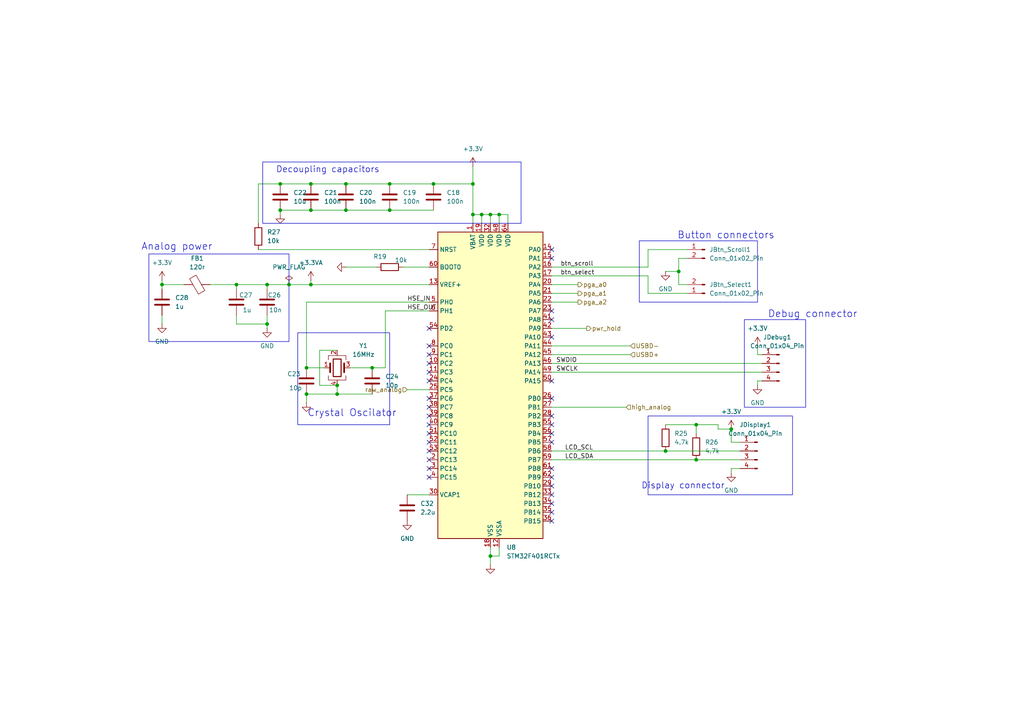
<source format=kicad_sch>
(kicad_sch (version 20250114) (generator "eeschema") (generator_version "9.0")
  (paper "A4")
  (lib_symbols
    (symbol "Connector:Conn_01x02_Pin" (pin_names (offset 1.016) (hide yes))
      (property "Reference" "J" (at 0 2.54 0))
      (property "Value" "Conn_01x02_Pin" (at 0 -5.08 0))
      (symbol "Conn_01x02_Pin_1_1"
        (rectangle (start 0.8636 0.127) (end 0 -0.127) (stroke (width 0.1524)) (fill (type outline)))
        (rectangle (start 0.8636 -2.413) (end 0 -2.667) (stroke (width 0.1524)) (fill (type outline)))
        (polyline (pts (xy 1.27 0) (xy 0.8636 0)) (stroke (width 0.1524)))
        (polyline (pts (xy 1.27 -2.54) (xy 0.8636 -2.54)) (stroke (width 0.1524)))
        (pin passive line (at 5.08 0 180) (length 3.81) (name "Pin_1") (number "1"))
        (pin passive line (at 5.08 -2.54 180) (length 3.81) (name "Pin_2") (number "2"))
      )
    )
    (symbol "Connector:Conn_01x04_Pin" (pin_names (offset 1.016) (hide yes))
      (property "Reference" "J" (at 0 5.08 0))
      (property "Value" "Conn_01x04_Pin" (at 0 -7.62 0))
      (symbol "Conn_01x04_Pin_1_1"
        (rectangle (start 0.8636 2.667) (end 0 2.413) (stroke (width 0.1524)) (fill (type outline)))
        (rectangle (start 0.8636 0.127) (end 0 -0.127) (stroke (width 0.1524)) (fill (type outline)))
        (rectangle (start 0.8636 -2.413) (end 0 -2.667) (stroke (width 0.1524)) (fill (type outline)))
        (rectangle (start 0.8636 -4.953) (end 0 -5.207) (stroke (width 0.1524)) (fill (type outline)))
        (polyline (pts (xy 1.27 2.54) (xy 0.8636 2.54)) (stroke (width 0.1524)))
        (polyline (pts (xy 1.27 0) (xy 0.8636 0)) (stroke (width 0.1524)))
        (polyline (pts (xy 1.27 -2.54) (xy 0.8636 -2.54)) (stroke (width 0.1524)))
        (polyline (pts (xy 1.27 -5.08) (xy 0.8636 -5.08)) (stroke (width 0.1524)))
        (pin passive line (at 5.08 2.54 180) (length 3.81) (name "Pin_1") (number "1"))
        (pin passive line (at 5.08 0 180) (length 3.81) (name "Pin_2") (number "2"))
        (pin passive line (at 5.08 -2.54 180) (length 3.81) (name "Pin_3") (number "3"))
        (pin passive line (at 5.08 -5.08 180) (length 3.81) (name "Pin_4") (number "4"))
      )
    )
    (symbol "Device:C" (pin_numbers (hide yes)) (pin_names (offset 0.254))
      (property "Reference" "C" (at 0.635 2.54 0))
      (property "Value" "C" (at 0.635 -2.54 0))
      (symbol "C_0_1"
        (polyline (pts (xy -2.032 0.762) (xy 2.032 0.762)) (stroke (width 0.508)))
        (polyline (pts (xy -2.032 -0.762) (xy 2.032 -0.762)) (stroke (width 0.508)))
      )
      (symbol "C_1_1"
        (pin passive line (at 0 3.81 270) (length 2.794) (name "~") (number "1"))
        (pin passive line (at 0 -3.81 90) (length 2.794) (name "~") (number "2"))
      )
    )
    (symbol "Device:Crystal_GND24" (pin_names (offset 1.016) (hide yes))
      (property "Reference" "Y" (at 3.175 5.08 0))
      (property "Value" "Crystal_GND24" (at 3.175 3.175 0))
      (symbol "Crystal_GND24_0_1"
        (polyline (pts (xy -2.54 2.286) (xy -2.54 3.556) (xy 2.54 3.556) (xy 2.54 2.286)))
        (polyline (pts (xy -2.54 0) (xy -2.032 0)))
        (polyline (pts (xy -2.54 -2.286) (xy -2.54 -3.556) (xy 2.54 -3.556) (xy 2.54 -2.286)))
        (polyline (pts (xy -2.032 -1.27) (xy -2.032 1.27)) (stroke (width 0.508)))
        (rectangle (start -1.143 2.54) (end 1.143 -2.54) (stroke (width 0.3048)))
        (polyline (pts (xy 0 3.556) (xy 0 3.81)))
        (polyline (pts (xy 0 -3.81) (xy 0 -3.556)))
        (polyline (pts (xy 2.032 0) (xy 2.54 0)))
        (polyline (pts (xy 2.032 -1.27) (xy 2.032 1.27)) (stroke (width 0.508)))
      )
      (symbol "Crystal_GND24_1_1"
        (pin passive line (at -3.81 0 0) (length 1.27) (name "1") (number "1"))
        (pin passive line (at 0 5.08 270) (length 1.27) (name "2") (number "2"))
        (pin passive line (at 0 -5.08 90) (length 1.27) (name "4") (number "4"))
        (pin passive line (at 3.81 0 180) (length 1.27) (name "3") (number "3"))
      )
    )
    (symbol "Device:FerriteBead" (pin_numbers (hide yes)) (pin_names (offset 0))
      (property "Reference" "FB" (at -3.81 0.635 90))
      (property "Value" "FerriteBead" (at 3.81 0 90))
      (symbol "FerriteBead_0_1"
        (polyline (pts (xy -2.7686 0.4064) (xy -1.7018 2.2606) (xy 2.7686 -0.3048) (xy 1.6764 -2.159) (xy -2.7686 0.4064)))
        (polyline (pts (xy 0 1.27) (xy 0 1.2954)))
        (polyline (pts (xy 0 -1.27) (xy 0 -1.2192)))
      )
      (symbol "FerriteBead_1_1"
        (pin passive line (at 0 3.81 270) (length 2.54) (name "~") (number "1"))
        (pin passive line (at 0 -3.81 90) (length 2.54) (name "~") (number "2"))
      )
    )
    (symbol "Device:R" (pin_numbers (hide yes)) (pin_names (offset 0))
      (property "Reference" "R" (at 2.032 0 90))
      (property "Value" "R" (at 0 0 90))
      (symbol "R_0_1"
        (rectangle (start -1.016 -2.54) (end 1.016 2.54) (stroke (width 0.254)))
      )
      (symbol "R_1_1"
        (pin passive line (at 0 3.81 270) (length 1.27) (name "~") (number "1"))
        (pin passive line (at 0 -3.81 90) (length 1.27) (name "~") (number "2"))
      )
    )
    (symbol "MCU_ST_STM32F4:STM32F401RCTx"
      (property "Reference" "U" (at -15.24 46.99 0))
      (property "Value" "STM32F401RCTx" (at 7.62 46.99 0))
      (symbol "STM32F401RCTx_0_1"
        (rectangle (start -15.24 -43.18) (end 15.24 45.72) (stroke (width 0.254)) (fill (type background)))
      )
      (symbol "STM32F401RCTx_1_1"
        (pin input line (at -17.78 40.64 0) (length 2.54) (name "NRST") (number "7"))
        (pin input line (at -17.78 35.56 0) (length 2.54) (name "BOOT0") (number "60"))
        (pin input line (at -17.78 30.48 0) (length 2.54) (name "VREF+") (number "13"))
        (pin bidirectional line (at -17.78 25.4 0) (length 2.54) (name "PH0") (number "5"))
        (pin bidirectional line (at -17.78 22.86 0) (length 2.54) (name "PH1") (number "6"))
        (pin bidirectional line (at -17.78 17.78 0) (length 2.54) (name "PD2") (number "54"))
        (pin bidirectional line (at -17.78 12.7 0) (length 2.54) (name "PC0") (number "8"))
        (pin bidirectional line (at -17.78 10.16 0) (length 2.54) (name "PC1") (number "9"))
        (pin bidirectional line (at -17.78 7.62 0) (length 2.54) (name "PC2") (number "10"))
        (pin bidirectional line (at -17.78 5.08 0) (length 2.54) (name "PC3") (number "11"))
        (pin bidirectional line (at -17.78 2.54 0) (length 2.54) (name "PC4") (number "24"))
        (pin bidirectional line (at -17.78 0 0) (length 2.54) (name "PC5") (number "25"))
        (pin bidirectional line (at -17.78 -2.54 0) (length 2.54) (name "PC6") (number "37"))
        (pin bidirectional line (at -17.78 -5.08 0) (length 2.54) (name "PC7") (number "38"))
        (pin bidirectional line (at -17.78 -7.62 0) (length 2.54) (name "PC8") (number "39"))
        (pin bidirectional line (at -17.78 -10.16 0) (length 2.54) (name "PC9") (number "40"))
        (pin bidirectional line (at -17.78 -12.7 0) (length 2.54) (name "PC10") (number "51"))
        (pin bidirectional line (at -17.78 -15.24 0) (length 2.54) (name "PC11") (number "52"))
        (pin bidirectional line (at -17.78 -17.78 0) (length 2.54) (name "PC12") (number "53"))
        (pin bidirectional line (at -17.78 -20.32 0) (length 2.54) (name "PC13") (number "2"))
        (pin bidirectional line (at -17.78 -22.86 0) (length 2.54) (name "PC14") (number "3"))
        (pin bidirectional line (at -17.78 -25.4 0) (length 2.54) (name "PC15") (number "4"))
        (pin power_out line (at -17.78 -30.48 0) (length 2.54) (name "VCAP1") (number "30"))
        (pin power_in line (at -5.08 48.26 270) (length 2.54) (name "VBAT") (number "1"))
        (pin power_in line (at -2.54 48.26 270) (length 2.54) (name "VDD") (number "19"))
        (pin power_in line (at 0 48.26 270) (length 2.54) (name "VDD") (number "32"))
        (pin power_in line (at 0 -45.72 90) (length 2.54) (name "VSS") (number "18"))
        (pin passive line (at 0 -45.72 90) (length 2.54) (hide yes) (name "VSS") (number "31"))
        (pin passive line (at 0 -45.72 90) (length 2.54) (hide yes) (name "VSS") (number "47"))
        (pin passive line (at 0 -45.72 90) (length 2.54) (hide yes) (name "VSS") (number "63"))
        (pin power_in line (at 2.54 48.26 270) (length 2.54) (name "VDD") (number "48"))
        (pin power_in line (at 2.54 -45.72 90) (length 2.54) (name "VSSA") (number "12"))
        (pin power_in line (at 5.08 48.26 270) (length 2.54) (name "VDD") (number "64"))
        (pin bidirectional line (at 17.78 40.64 180) (length 2.54) (name "PA0") (number "14"))
        (pin bidirectional line (at 17.78 38.1 180) (length 2.54) (name "PA1") (number "15"))
        (pin bidirectional line (at 17.78 35.56 180) (length 2.54) (name "PA2") (number "16"))
        (pin bidirectional line (at 17.78 33.02 180) (length 2.54) (name "PA3") (number "17"))
        (pin bidirectional line (at 17.78 30.48 180) (length 2.54) (name "PA4") (number "20"))
        (pin bidirectional line (at 17.78 27.94 180) (length 2.54) (name "PA5") (number "21"))
        (pin bidirectional line (at 17.78 25.4 180) (length 2.54) (name "PA6") (number "22"))
        (pin bidirectional line (at 17.78 22.86 180) (length 2.54) (name "PA7") (number "23"))
        (pin bidirectional line (at 17.78 20.32 180) (length 2.54) (name "PA8") (number "41"))
        (pin bidirectional line (at 17.78 17.78 180) (length 2.54) (name "PA9") (number "42"))
        (pin bidirectional line (at 17.78 15.24 180) (length 2.54) (name "PA10") (number "43"))
        (pin bidirectional line (at 17.78 12.7 180) (length 2.54) (name "PA11") (number "44"))
        (pin bidirectional line (at 17.78 10.16 180) (length 2.54) (name "PA12") (number "45"))
        (pin bidirectional line (at 17.78 7.62 180) (length 2.54) (name "PA13") (number "46"))
        (pin bidirectional line (at 17.78 5.08 180) (length 2.54) (name "PA14") (number "49"))
        (pin bidirectional line (at 17.78 2.54 180) (length 2.54) (name "PA15") (number "50"))
        (pin bidirectional line (at 17.78 -2.54 180) (length 2.54) (name "PB0") (number "26"))
        (pin bidirectional line (at 17.78 -5.08 180) (length 2.54) (name "PB1") (number "27"))
        (pin bidirectional line (at 17.78 -7.62 180) (length 2.54) (name "PB2") (number "28"))
        (pin bidirectional line (at 17.78 -10.16 180) (length 2.54) (name "PB3") (number "55"))
        (pin bidirectional line (at 17.78 -12.7 180) (length 2.54) (name "PB4") (number "56"))
        (pin bidirectional line (at 17.78 -15.24 180) (length 2.54) (name "PB5") (number "57"))
        (pin bidirectional line (at 17.78 -17.78 180) (length 2.54) (name "PB6") (number "58"))
        (pin bidirectional line (at 17.78 -20.32 180) (length 2.54) (name "PB7") (number "59"))
        (pin bidirectional line (at 17.78 -22.86 180) (length 2.54) (name "PB8") (number "61"))
        (pin bidirectional line (at 17.78 -25.4 180) (length 2.54) (name "PB9") (number "62"))
        (pin bidirectional line (at 17.78 -27.94 180) (length 2.54) (name "PB10") (number "29"))
        (pin bidirectional line (at 17.78 -30.48 180) (length 2.54) (name "PB12") (number "33"))
        (pin bidirectional line (at 17.78 -33.02 180) (length 2.54) (name "PB13") (number "34"))
        (pin bidirectional line (at 17.78 -35.56 180) (length 2.54) (name "PB14") (number "35"))
        (pin bidirectional line (at 17.78 -38.1 180) (length 2.54) (name "PB15") (number "36"))
      )
    )
    (symbol "power:+3.3V" (power) (pin_numbers (hide yes)) (pin_names (offset 0) (hide yes))
      (property "Value" "+3.3V" (at 0 3.556 0))
      (symbol "+3.3V_0_1"
        (polyline (pts (xy -0.762 1.27) (xy 0 2.54)))
        (polyline (pts (xy 0 2.54) (xy 0.762 1.27)))
        (polyline (pts (xy 0 0) (xy 0 2.54)))
      )
      (symbol "+3.3V_1_1"
        (pin power_in line (at 0 0 90) (length 0) (name "~") (number "1"))
      )
    )
    (symbol "power:+3.3VA" (power) (pin_numbers (hide yes)) (pin_names (offset 0) (hide yes))
      (property "Value" "+3.3VA" (at 0 3.556 0))
      (symbol "+3.3VA_0_1"
        (polyline (pts (xy -0.762 1.27) (xy 0 2.54)))
        (polyline (pts (xy 0 2.54) (xy 0.762 1.27)))
        (polyline (pts (xy 0 0) (xy 0 2.54)))
      )
      (symbol "+3.3VA_1_1"
        (pin power_in line (at 0 0 90) (length 0) (name "~") (number "1"))
      )
    )
    (symbol "power:GND" (power) (pin_numbers (hide yes)) (pin_names (offset 0) (hide yes))
      (property "Value" "GND" (at 0 -3.81 0))
      (symbol "GND_0_1"
        (polyline (pts (xy 0 0) (xy 0 -1.27) (xy 1.27 -1.27) (xy 0 -2.54) (xy -1.27 -1.27) (xy 0 -1.27)))
      )
      (symbol "GND_1_1"
        (pin power_in line (at 0 0 270) (length 0) (name "~") (number "1"))
      )
    )
    (symbol "power:PWR_FLAG" (power) (pin_numbers (hide yes)) (pin_names (offset 0) (hide yes))
      (property "Value" "PWR_FLAG" (at 0 3.81 0))
      (symbol "PWR_FLAG_0_0"
        (pin power_out line (at 0 0 90) (length 0) (name "~") (number "1"))
      )
      (symbol "PWR_FLAG_0_1"
        (polyline (pts (xy 0 0) (xy 0 1.27) (xy -1.016 1.905) (xy 0 2.54) (xy 1.016 1.905) (xy 0 1.27)))
      )
    )
  )
  (rectangle (start 86.36 96.52) (end 113.03 123.19))
  (rectangle (start 185.42 69.85) (end 219.71 87.63))
  (rectangle (start 43.18 73.66) (end 83.82 99.06))
  (rectangle (start 215.9 92.71) (end 233.68 118.11))
  (rectangle (start 187.96 120.65) (end 229.87 143.51))
  (rectangle (start 76.2 46.99) (end 151.13 64.77))
  (text "Decoupling capacitors \n" (at 95.758 49.276 0) (effects (font (size 1.778 1.778))))
  (text "Analog power\n" (at 51.308 71.628 0) (effects (font (size 2.032 2.032))))
  (text "Debug connector\n" (at 235.712 91.186 0) (effects (font (size 2.032 2.032))))
  (text "Button connectors\n" (at 210.566 68.326 0) (effects (font (size 2.032 2.032))))
  (text "Display connector" (at 198.12 140.97 0) (effects (font (size 1.778 1.778))))
  (text "Crystal Oscilator\n" (at 102.108 119.888 0) (effects (font (size 2.032 2.032))))
  (junction (at 125.73 53.34))
  (junction (at 142.24 161.29))
  (junction (at 68.58 82.55))
  (junction (at 88.9 106.68))
  (junction (at 201.93 133.35))
  (junction (at 137.16 62.23))
  (junction (at 113.03 53.34))
  (junction (at 193.04 130.81))
  (junction (at 196.85 78.74))
  (junction (at 88.9 114.3))
  (junction (at 137.16 53.34))
  (junction (at 97.79 114.3))
  (junction (at 100.33 53.34))
  (junction (at 90.17 53.34))
  (junction (at 90.17 60.96))
  (junction (at 77.47 93.98))
  (junction (at 81.28 60.96))
  (junction (at 139.7 62.23))
  (junction (at 46.99 82.55))
  (junction (at 201.93 123.19))
  (junction (at 97.79 111.76))
  (junction (at 113.03 60.96))
  (junction (at 77.47 82.55))
  (junction (at 142.24 62.23))
  (junction (at 81.28 53.34))
  (junction (at 90.17 82.55))
  (junction (at 83.82 82.55))
  (junction (at 144.78 62.23))
  (junction (at 107.95 106.68))
  (junction (at 212.09 124.46))
  (junction (at 100.33 60.96))
  (no_connect (at 160.02 115.57))
  (no_connect (at 124.46 102.87))
  (no_connect (at 124.46 120.65))
  (no_connect (at 160.02 92.71))
  (no_connect (at 160.02 148.59))
  (no_connect (at 124.46 128.27))
  (no_connect (at 124.46 107.95))
  (no_connect (at 160.02 146.05))
  (no_connect (at 160.02 140.97))
  (no_connect (at 160.02 120.65))
  (no_connect (at 160.02 143.51))
  (no_connect (at 124.46 135.89))
  (no_connect (at 160.02 123.19))
  (no_connect (at 160.02 110.49))
  (no_connect (at 124.46 118.11))
  (no_connect (at 160.02 97.79))
  (no_connect (at 124.46 130.81))
  (no_connect (at 124.46 125.73))
  (no_connect (at 124.46 138.43))
  (no_connect (at 124.46 123.19))
  (no_connect (at 160.02 138.43))
  (no_connect (at 160.02 151.13))
  (no_connect (at 124.46 95.25))
  (no_connect (at 160.02 135.89))
  (no_connect (at 160.02 74.93))
  (no_connect (at 124.46 100.33))
  (no_connect (at 160.02 125.73))
  (no_connect (at 124.46 133.35))
  (no_connect (at 160.02 90.17))
  (no_connect (at 124.46 115.57))
  (no_connect (at 124.46 110.49))
  (no_connect (at 160.02 128.27))
  (no_connect (at 124.46 105.41))
  (no_connect (at 160.02 72.39))
  (wire (pts (xy 81.28 62.23) (xy 81.28 60.96)))
  (wire (pts (xy 137.16 62.23) (xy 139.7 62.23)))
  (wire (pts (xy 111.76 90.17) (xy 124.46 90.17)))
  (wire (pts (xy 92.71 111.76) (xy 97.79 111.76)))
  (wire (pts (xy 187.96 72.39) (xy 199.39 72.39)))
  (wire (pts (xy 196.85 82.55) (xy 199.39 82.55)))
  (wire (pts (xy 219.71 110.49) (xy 220.98 110.49)))
  (wire (pts (xy 142.24 62.23) (xy 144.78 62.23)))
  (wire (pts (xy 68.58 93.98) (xy 68.58 91.44)))
  (wire (pts (xy 107.95 106.68) (xy 101.6 106.68)))
  (wire (pts (xy 144.78 158.75) (xy 144.78 161.29)))
  (wire (pts (xy 139.7 62.23) (xy 139.7 64.77)))
  (wire (pts (xy 187.96 72.39) (xy 187.96 77.47)))
  (wire (pts (xy 214.63 135.89) (xy 212.09 135.89)))
  (wire (pts (xy 116.84 77.47) (xy 124.46 77.47)))
  (wire (pts (xy 219.71 102.87) (xy 219.71 100.33)))
  (wire (pts (xy 97.79 111.76) (xy 97.79 114.3)))
  (wire (pts (xy 201.93 123.19) (xy 208.28 123.19)))
  (wire (pts (xy 109.22 77.47) (xy 100.33 77.47)))
  (wire (pts (xy 160.02 130.81) (xy 193.04 130.81)))
  (wire (pts (xy 46.99 81.28) (xy 46.99 82.55)))
  (wire (pts (xy 118.11 143.51) (xy 124.46 143.51)))
  (wire (pts (xy 137.16 62.23) (xy 137.16 64.77)))
  (wire (pts (xy 90.17 53.34) (xy 100.33 53.34)))
  (wire (pts (xy 88.9 114.3) (xy 88.9 116.84)))
  (wire (pts (xy 111.76 90.17) (xy 111.76 106.68)))
  (wire (pts (xy 147.32 62.23) (xy 147.32 64.77)))
  (wire (pts (xy 144.78 62.23) (xy 147.32 62.23)))
  (wire (pts (xy 125.73 53.34) (xy 137.16 53.34)))
  (wire (pts (xy 142.24 161.29) (xy 144.78 161.29)))
  (wire (pts (xy 74.93 53.34) (xy 74.93 64.77)))
  (wire (pts (xy 77.47 93.98) (xy 68.58 93.98)))
  (wire (pts (xy 113.03 53.34) (xy 125.73 53.34)))
  (wire (pts (xy 160.02 87.63) (xy 167.64 87.63)))
  (wire (pts (xy 97.79 114.3) (xy 107.95 114.3)))
  (wire (pts (xy 139.7 62.23) (xy 142.24 62.23)))
  (wire (pts (xy 46.99 91.44) (xy 46.99 93.98)))
  (wire (pts (xy 74.93 72.39) (xy 124.46 72.39)))
  (wire (pts (xy 90.17 82.55) (xy 124.46 82.55)))
  (wire (pts (xy 118.11 113.03) (xy 124.46 113.03)))
  (wire (pts (xy 196.85 74.93) (xy 196.85 78.74)))
  (wire (pts (xy 68.58 82.55) (xy 68.58 83.82)))
  (wire (pts (xy 196.85 78.74) (xy 196.85 82.55)))
  (wire (pts (xy 160.02 82.55) (xy 167.64 82.55)))
  (wire (pts (xy 220.98 102.87) (xy 219.71 102.87)))
  (wire (pts (xy 193.04 78.74) (xy 196.85 78.74)))
  (wire (pts (xy 193.04 123.19) (xy 201.93 123.19)))
  (wire (pts (xy 77.47 82.55) (xy 83.82 82.55)))
  (wire (pts (xy 81.28 60.96) (xy 90.17 60.96)))
  (wire (pts (xy 212.09 128.27) (xy 212.09 124.46)))
  (wire (pts (xy 90.17 60.96) (xy 100.33 60.96)))
  (wire (pts (xy 142.24 62.23) (xy 142.24 64.77)))
  (wire (pts (xy 160.02 105.41) (xy 220.98 105.41)))
  (wire (pts (xy 46.99 83.82) (xy 46.99 82.55)))
  (wire (pts (xy 160.02 102.87) (xy 182.88 102.87)))
  (wire (pts (xy 137.16 48.26) (xy 137.16 53.34)))
  (wire (pts (xy 90.17 81.28) (xy 90.17 82.55)))
  (wire (pts (xy 88.9 87.63) (xy 124.46 87.63)))
  (wire (pts (xy 77.47 91.44) (xy 77.47 93.98)))
  (wire (pts (xy 142.24 161.29) (xy 142.24 163.83)))
  (wire (pts (xy 193.04 130.81) (xy 214.63 130.81)))
  (wire (pts (xy 142.24 158.75) (xy 142.24 161.29)))
  (wire (pts (xy 212.09 135.89) (xy 212.09 137.16)))
  (wire (pts (xy 160.02 118.11) (xy 181.61 118.11)))
  (wire (pts (xy 160.02 133.35) (xy 201.93 133.35)))
  (wire (pts (xy 160.02 85.09) (xy 167.64 85.09)))
  (wire (pts (xy 92.71 101.6) (xy 92.71 111.76)))
  (wire (pts (xy 113.03 60.96) (xy 125.73 60.96)))
  (wire (pts (xy 214.63 128.27) (xy 212.09 128.27)))
  (wire (pts (xy 60.96 82.55) (xy 68.58 82.55)))
  (wire (pts (xy 88.9 87.63) (xy 88.9 106.68)))
  (wire (pts (xy 111.76 106.68) (xy 107.95 106.68)))
  (wire (pts (xy 199.39 74.93) (xy 196.85 74.93)))
  (wire (pts (xy 83.82 82.55) (xy 90.17 82.55)))
  (wire (pts (xy 137.16 53.34) (xy 137.16 62.23)))
  (wire (pts (xy 199.39 85.09) (xy 187.96 85.09)))
  (wire (pts (xy 187.96 80.01) (xy 160.02 80.01)))
  (wire (pts (xy 97.79 101.6) (xy 92.71 101.6)))
  (wire (pts (xy 88.9 106.68) (xy 93.98 106.68)))
  (wire (pts (xy 160.02 95.25) (xy 170.18 95.25)))
  (wire (pts (xy 208.28 124.46) (xy 212.09 124.46)))
  (wire (pts (xy 187.96 85.09) (xy 187.96 80.01)))
  (wire (pts (xy 81.28 53.34) (xy 74.93 53.34)))
  (wire (pts (xy 201.93 123.19) (xy 201.93 125.73)))
  (wire (pts (xy 219.71 111.76) (xy 219.71 110.49)))
  (wire (pts (xy 160.02 107.95) (xy 220.98 107.95)))
  (wire (pts (xy 68.58 82.55) (xy 77.47 82.55)))
  (wire (pts (xy 100.33 53.34) (xy 113.03 53.34)))
  (wire (pts (xy 81.28 53.34) (xy 90.17 53.34)))
  (wire (pts (xy 187.96 77.47) (xy 160.02 77.47)))
  (wire (pts (xy 77.47 82.55) (xy 77.47 83.82)))
  (wire (pts (xy 77.47 93.98) (xy 77.47 95.25)))
  (wire (pts (xy 208.28 123.19) (xy 208.28 124.46)))
  (wire (pts (xy 100.33 60.96) (xy 113.03 60.96)))
  (wire (pts (xy 160.02 100.33) (xy 182.88 100.33)))
  (wire (pts (xy 46.99 82.55) (xy 53.34 82.55)))
  (wire (pts (xy 88.9 114.3) (xy 97.79 114.3)))
  (wire (pts (xy 201.93 133.35) (xy 214.63 133.35)))
  (wire (pts (xy 144.78 62.23) (xy 144.78 64.77)))
  (label "HSE_IN" (at 118.11 87.63 0))
  (label "HSE_OUT" (at 118.11 90.17 0))
  (label "btn_scroll" (at 162.56 77.47 0))
  (label "LCD_SCL" (at 163.83 130.81 0))
  (label "SWDIO" (at 161.29 105.41 0))
  (label "btn_select" (at 162.56 80.01 0))
  (label "LCD_SDA" (at 163.83 133.35 0))
  (label "SWCLK" (at 161.29 107.95 0))
  (hierarchical_label "high_analog" (shape input) (at 181.61 118.11 0))
  (hierarchical_label "pga_a2" (shape output) (at 167.64 87.63 0))
  (hierarchical_label "pga_a0" (shape output) (at 167.64 82.55 0))
  (hierarchical_label "USBD+" (shape input) (at 182.88 102.87 0))
  (hierarchical_label "USBD-" (shape input) (at 182.88 100.33 0))
  (hierarchical_label "raw_analog" (shape input) (at 118.11 113.03 180))
  (hierarchical_label "pwr_hold" (shape output) (at 170.18 95.25 0))
  (hierarchical_label "pga_a1" (shape output) (at 167.64 85.09 0))
  (symbol (lib_id "Device:C") (at 125.73 57.15 0) (unit 1)
    (property "Reference" "C18" (at 129.54 55.8799 0) (effects (justify left)))
    (property "Value" "100n" (at 129.54 58.4199 0) (effects (justify left)))
    (property "Footprint" "Capacitor_SMD:C_0805_2012Metric_Pad1.18x1.45mm_HandSolder" (effects (hide yes)))
    (property "Description" "Unpolarized capacitor" (effects (hide yes)))
  )
  (symbol (lib_id "Connector:Conn_01x02_Pin") (at 204.47 85.09 180) (unit 1)
    (property "Reference" "JBtn_Select1" (at 205.74 82.5499 0) (effects (justify right)))
    (property "Value" "Conn_01x02_Pin" (at 205.74 85.0899 0) (effects (justify right)))
    (property "Footprint" "Connector_JST:JST_XH_B2B-XH-A_1x02_P2.50mm_Vertical" (effects (hide yes)))
    (property "Description" "Generic connector, single row, 01x02, script generated" (effects (hide yes)))
  )
  (symbol (lib_id "Connector:Conn_01x04_Pin") (at 219.71 130.81 0) (mirror y) (unit 1)
    (property "Reference" "JDisplay1" (at 219.075 123.19 0))
    (property "Value" "Conn_01x04_Pin" (at 219.075 125.73 0))
    (property "Footprint" "Connector_JST:JST_XH_B4B-XH-A_1x04_P2.50mm_Vertical" (effects (hide yes)))
    (property "Description" "Generic connector, single row, 01x04, script generated" (effects (hide yes)))
  )
  (symbol (lib_id "power:GND") (at 219.71 111.76 0) (unit 1)
    (property "Reference" "#PWR024" (effects (hide yes)))
    (property "Value" "GND" (at 219.71 116.84 0))
    (property "Description" "Power symbol creates a global label with name \"GND\" , ground" (effects (hide yes)))
  )
  (symbol (lib_id "power:GND") (at 46.99 93.98 0) (mirror y) (unit 1)
    (property "Reference" "#PWR027" (effects (hide yes)))
    (property "Value" "GND" (at 46.99 99.06 0))
    (property "Description" "Power symbol creates a global label with name \"GND\" , ground" (effects (hide yes)))
  )
  (symbol (lib_id "Device:C") (at 107.95 110.49 0) (unit 1)
    (property "Reference" "C24" (at 111.76 109.2199 0) (effects (justify left)))
    (property "Value" "10p" (at 111.76 111.7599 0) (effects (justify left)))
    (property "Footprint" "Capacitor_SMD:C_0805_2012Metric_Pad1.18x1.45mm_HandSolder" (effects (hide yes)))
    (property "Description" "Unpolarized capacitor" (effects (hide yes)))
  )
  (symbol (lib_id "power:+3.3V") (at 46.99 81.28 0) (mirror y) (unit 1)
    (property "Reference" "#PWR029" (effects (hide yes)))
    (property "Value" "+3.3V" (at 46.99 76.2 0))
    (property "Description" "Power symbol creates a global label with name \"+3.3V\"" (effects (hide yes)))
  )
  (symbol (lib_id "Device:C") (at 46.99 87.63 0) (mirror y) (unit 1)
    (property "Reference" "C28" (at 50.8 86.36 0) (effects (justify right)))
    (property "Value" "1u" (at 50.8 88.9 0) (effects (justify right)))
    (property "Footprint" "Capacitor_SMD:C_0805_2012Metric_Pad1.18x1.45mm_HandSolder" (effects (hide yes)))
    (property "Description" "Unpolarized capacitor" (effects (hide yes)))
  )
  (symbol (lib_id "Device:C") (at 100.33 57.15 0) (unit 1)
    (property "Reference" "C20" (at 104.14 55.8799 0) (effects (justify left)))
    (property "Value" "100n" (at 104.14 58.4199 0) (effects (justify left)))
    (property "Footprint" "Capacitor_SMD:C_0805_2012Metric_Pad1.18x1.45mm_HandSolder" (effects (hide yes)))
    (property "Description" "Unpolarized capacitor" (effects (hide yes)))
  )
  (symbol (lib_id "Device:C") (at 118.11 147.32 0) (unit 1)
    (property "Reference" "C32" (at 121.92 146.05 0) (effects (justify left)))
    (property "Value" "2.2u" (at 121.92 148.59 0) (effects (justify left)))
    (property "Footprint" "Capacitor_SMD:C_0805_2012Metric_Pad1.18x1.45mm_HandSolder" (effects (hide yes)))
    (property "Description" "Unpolarized capacitor" (effects (hide yes)))
  )
  (symbol (lib_id "MCU_ST_STM32F4:STM32F401RCTx") (at 142.24 113.03 0) (unit 1)
    (property "Reference" "U8" (at 146.9233 158.75 0) (effects (justify left)))
    (property "Value" "STM32F401RCTx" (at 146.9233 161.29 0) (effects (justify left)))
    (property "Footprint" "Package_QFP:LQFP-64_10x10mm_P0.5mm" (effects (hide yes)))
    (property "Datasheet" "https://www.st.com/resource/en/datasheet/stm32f401rc.pdf" (effects (hide yes)))
    (property "Description" "STMicroelectronics Arm Cortex-M4 MCU, 256KB flash, 64KB RAM, 84 MHz, 1.7-3.6V, 50 GPIO, LQFP64" (effects (hide yes)))
  )
  (symbol (lib_id "power:PWR_FLAG") (at 83.82 82.55 0) (unit 1)
    (property "Reference" "#FLG06" (effects (hide yes)))
    (property "Value" "PWR_FLAG" (at 83.82 77.47 0))
    (property "Description" "Special symbol for telling ERC where power comes from" (effects (hide yes)))
  )
  (symbol (lib_id "power:GND") (at 212.09 137.16 0) (unit 1)
    (property "Reference" "#PWR05" (effects (hide yes)))
    (property "Value" "GND" (at 212.09 142.24 0))
    (property "Description" "Power symbol creates a global label with name \"GND\" , ground" (effects (hide yes)))
  )
  (symbol (lib_id "power:GND") (at 100.33 77.47 270) (unit 1)
    (property "Reference" "#PWR022" (effects (hide yes)))
    (property "Value" "GND" (effects (hide yes)))
    (property "Description" "Power symbol creates a global label with name \"GND\" , ground" (effects (hide yes)))
  )
  (symbol (lib_id "Device:R") (at 201.93 129.54 0) (unit 1)
    (property "Reference" "R26" (at 204.47 128.2699 0) (effects (justify left)))
    (property "Value" "4.7k" (at 204.47 130.8099 0) (effects (justify left)))
    (property "Footprint" "Resistor_SMD:R_0805_2012Metric_Pad1.20x1.40mm_HandSolder" (effects (hide yes)))
    (property "Description" "Resistor" (effects (hide yes)))
  )
  (symbol (lib_id "Device:C") (at 68.58 87.63 0) (mirror y) (unit 1)
    (property "Reference" "C27" (at 69.342 85.598 0) (effects (justify right)))
    (property "Value" "1u" (at 70.358 89.916 0) (effects (justify right)))
    (property "Footprint" "Capacitor_SMD:C_0805_2012Metric_Pad1.18x1.45mm_HandSolder" (effects (hide yes)))
    (property "Description" "Unpolarized capacitor" (effects (hide yes)))
  )
  (symbol (lib_id "Device:C") (at 88.9 110.49 0) (unit 1)
    (property "Reference" "C23" (at 83.312 108.458 0) (effects (justify left)))
    (property "Value" "10p" (at 83.82 112.522 0) (effects (justify left)))
    (property "Footprint" "Capacitor_SMD:C_0805_2012Metric_Pad1.18x1.45mm_HandSolder" (effects (hide yes)))
    (property "Description" "Unpolarized capacitor" (effects (hide yes)))
  )
  (symbol (lib_id "Device:R") (at 193.04 127 0) (unit 1)
    (property "Reference" "R25" (at 195.58 125.7299 0) (effects (justify left)))
    (property "Value" "4.7k" (at 195.58 128.2699 0) (effects (justify left)))
    (property "Footprint" "Resistor_SMD:R_0805_2012Metric_Pad1.20x1.40mm_HandSolder" (effects (hide yes)))
    (property "Description" "Resistor" (effects (hide yes)))
  )
  (symbol (lib_id "Device:R") (at 113.03 77.47 90) (unit 1)
    (property "Reference" "R19" (at 110.236 74.422 90))
    (property "Value" "10k" (at 116.332 75.438 90))
    (property "Footprint" "Resistor_SMD:R_0805_2012Metric_Pad1.20x1.40mm_HandSolder" (effects (hide yes)))
    (property "Description" "Resistor" (effects (hide yes)))
  )
  (symbol (lib_id "Device:C") (at 77.47 87.63 0) (mirror y) (unit 1)
    (property "Reference" "C26" (at 81.534 85.598 0) (effects (justify left)))
    (property "Value" "10n" (at 81.788 89.916 0) (effects (justify left)))
    (property "Footprint" "Capacitor_SMD:C_0805_2012Metric_Pad1.18x1.45mm_HandSolder" (effects (hide yes)))
    (property "Description" "Unpolarized capacitor" (effects (hide yes)))
  )
  (symbol (lib_id "Device:Crystal_GND24") (at 97.79 106.68 0) (unit 1)
    (property "Reference" "Y1" (at 105.41 100.2598 0))
    (property "Value" "16MHz" (at 105.41 102.7998 0))
    (property "Footprint" "Crystal:Crystal_SMD_3225-4Pin_3.2x2.5mm_HandSoldering" (effects (hide yes)))
    (property "Description" "Four pin crystal, GND on pins 2 and 4" (effects (hide yes)))
  )
  (symbol (lib_id "power:GND") (at 88.9 116.84 0) (unit 1)
    (property "Reference" "#PWR021" (effects (hide yes)))
    (property "Value" "GND" (effects (hide yes)))
    (property "Description" "Power symbol creates a global label with name \"GND\" , ground" (effects (hide yes)))
  )
  (symbol (lib_id "Device:C") (at 113.03 57.15 0) (unit 1)
    (property "Reference" "C19" (at 116.84 55.8799 0) (effects (justify left)))
    (property "Value" "100n" (at 116.84 58.4199 0) (effects (justify left)))
    (property "Footprint" "Capacitor_SMD:C_0805_2012Metric_Pad1.18x1.45mm_HandSolder" (effects (hide yes)))
    (property "Description" "Unpolarized capacitor" (effects (hide yes)))
  )
  (symbol (lib_id "power:GND") (at 77.47 95.25 0) (mirror y) (unit 1)
    (property "Reference" "#PWR026" (effects (hide yes)))
    (property "Value" "GND" (at 77.47 100.33 0))
    (property "Description" "Power symbol creates a global label with name \"GND\" , ground" (effects (hide yes)))
  )
  (symbol (lib_id "Device:FerriteBead") (at 57.15 82.55 270) (mirror x) (unit 1)
    (property "Reference" "FB1" (at 57.2008 74.93 90))
    (property "Value" "120r" (at 57.2008 77.47 90))
    (property "Footprint" "Inductor_SMD:L_0805_2012Metric_Pad1.05x1.20mm_HandSolder" (effects (hide yes)))
    (property "Description" "Ferrite bead" (effects (hide yes)))
  )
  (symbol (lib_id "power:+3.3V") (at 137.16 48.26 0) (unit 1)
    (property "Reference" "#PWR018" (effects (hide yes)))
    (property "Value" "+3.3V" (at 137.16 43.18 0))
    (property "Description" "Power symbol creates a global label with name \"+3.3V\"" (effects (hide yes)))
  )
  (symbol (lib_id "power:GND") (at 81.28 62.23 0) (unit 1)
    (property "Reference" "#PWR019" (effects (hide yes)))
    (property "Value" "GND" (effects (hide yes)))
    (property "Description" "Power symbol creates a global label with name \"GND\" , ground" (effects (hide yes)))
  )
  (symbol (lib_id "Device:C") (at 81.28 57.15 0) (unit 1)
    (property "Reference" "C22" (at 85.09 55.8799 0) (effects (justify left)))
    (property "Value" "10u" (at 85.09 58.4199 0) (effects (justify left)))
    (property "Footprint" "Capacitor_SMD:C_0805_2012Metric_Pad1.18x1.45mm_HandSolder" (effects (hide yes)))
    (property "Description" "Unpolarized capacitor" (effects (hide yes)))
  )
  (symbol (lib_id "power:GND") (at 193.04 78.74 0) (unit 1)
    (property "Reference" "#PWR034" (effects (hide yes)))
    (property "Value" "GND" (at 193.04 83.82 0))
    (property "Description" "Power symbol creates a global label with name \"GND\" , ground" (effects (hide yes)))
  )
  (symbol (lib_id "power:+3.3V") (at 219.71 100.33 0) (unit 1)
    (property "Reference" "#PWR023" (effects (hide yes)))
    (property "Value" "+3.3V" (at 219.71 95.25 0))
    (property "Description" "Power symbol creates a global label with name \"+3.3V\"" (effects (hide yes)))
  )
  (symbol (lib_id "Connector:Conn_01x04_Pin") (at 226.06 105.41 0) (mirror y) (unit 1)
    (property "Reference" "JDebug1" (at 225.425 97.79 0))
    (property "Value" "Conn_01x04_Pin" (at 225.425 100.33 0))
    (property "Footprint" "Connector_JST:JST_XH_B4B-XH-A_1x04_P2.50mm_Vertical" (effects (hide yes)))
    (property "Description" "Generic connector, single row, 01x04, script generated" (effects (hide yes)))
  )
  (symbol (lib_id "power:GND") (at 118.11 151.13 0) (unit 1)
    (property "Reference" "#PWR035" (effects (hide yes)))
    (property "Value" "GND" (at 118.11 156.21 0))
    (property "Description" "Power symbol creates a global label with name \"GND\" , ground" (effects (hide yes)))
  )
  (symbol (lib_id "Device:C") (at 90.17 57.15 0) (unit 1)
    (property "Reference" "C21" (at 93.98 55.8799 0) (effects (justify left)))
    (property "Value" "100n" (at 93.98 58.4199 0) (effects (justify left)))
    (property "Footprint" "Capacitor_SMD:C_0805_2012Metric_Pad1.18x1.45mm_HandSolder" (effects (hide yes)))
    (property "Description" "Unpolarized capacitor" (effects (hide yes)))
  )
  (symbol (lib_id "power:+3.3VA") (at 90.17 81.28 0) (mirror y) (unit 1)
    (property "Reference" "#PWR028" (effects (hide yes)))
    (property "Value" "+3.3VA" (at 90.17 76.2 0))
    (property "Description" "Power symbol creates a global label with name \"+3.3VA\"" (effects (hide yes)))
  )
  (symbol (lib_id "Device:R") (at 74.93 68.58 0) (unit 1)
    (property "Reference" "R27" (at 77.47 67.31 0) (effects (justify left)))
    (property "Value" "10k" (at 77.47 69.85 0) (effects (justify left)))
    (property "Footprint" "Resistor_SMD:R_0805_2012Metric_Pad1.20x1.40mm_HandSolder" (effects (hide yes)))
    (property "Description" "Resistor" (effects (hide yes)))
  )
  (symbol (lib_id "Connector:Conn_01x02_Pin") (at 204.47 72.39 0) (mirror y) (unit 1)
    (property "Reference" "JBtn_Scroll1" (at 205.74 72.39 0) (effects (justify right)))
    (property "Value" "Conn_01x02_Pin" (at 205.74 74.93 0) (effects (justify right)))
    (property "Footprint" "Connector_JST:JST_XH_B2B-XH-A_1x02_P2.50mm_Vertical" (effects (hide yes)))
    (property "Description" "Generic connector, single row, 01x02, script generated" (effects (hide yes)))
  )
  (symbol (lib_id "power:+3.3V") (at 212.09 124.46 0) (unit 1)
    (property "Reference" "#PWR01" (effects (hide yes)))
    (property "Value" "+3.3V" (at 212.09 119.38 0))
    (property "Description" "Power symbol creates a global label with name \"+3.3V\"" (effects (hide yes)))
  )
  (symbol (lib_id "power:GND") (at 142.24 163.83 0) (unit 1)
    (property "Reference" "#PWR020" (effects (hide yes)))
    (property "Value" "GND" (effects (hide yes)))
    (property "Description" "Power symbol creates a global label with name \"GND\" , ground" (effects (hide yes)))
  )
)
</source>
